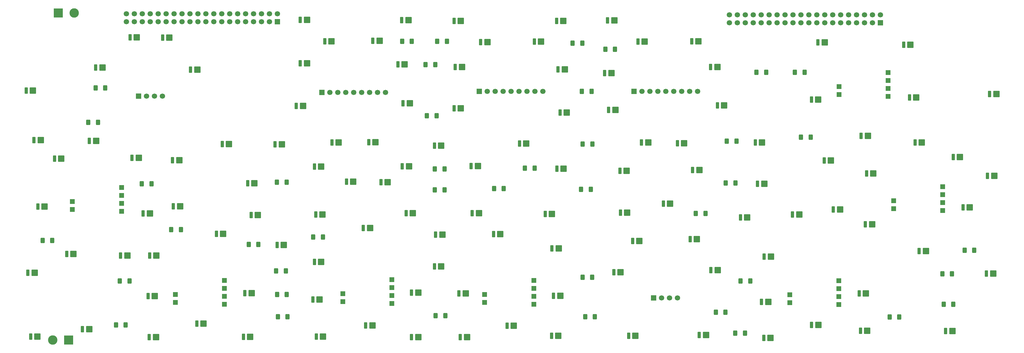
<source format=gbr>
%TF.GenerationSoftware,KiCad,Pcbnew,9.0.2*%
%TF.CreationDate,2025-07-08T20:46:09+02:00*%
%TF.ProjectId,aircond,61697263-6f6e-4642-9e6b-696361645f70,rev?*%
%TF.SameCoordinates,Original*%
%TF.FileFunction,Soldermask,Top*%
%TF.FilePolarity,Negative*%
%FSLAX46Y46*%
G04 Gerber Fmt 4.6, Leading zero omitted, Abs format (unit mm)*
G04 Created by KiCad (PCBNEW 9.0.2) date 2025-07-08 20:46:09*
%MOMM*%
%LPD*%
G01*
G04 APERTURE LIST*
G04 Aperture macros list*
%AMRoundRect*
0 Rectangle with rounded corners*
0 $1 Rounding radius*
0 $2 $3 $4 $5 $6 $7 $8 $9 X,Y pos of 4 corners*
0 Add a 4 corners polygon primitive as box body*
4,1,4,$2,$3,$4,$5,$6,$7,$8,$9,$2,$3,0*
0 Add four circle primitives for the rounded corners*
1,1,$1+$1,$2,$3*
1,1,$1+$1,$4,$5*
1,1,$1+$1,$6,$7*
1,1,$1+$1,$8,$9*
0 Add four rect primitives between the rounded corners*
20,1,$1+$1,$2,$3,$4,$5,0*
20,1,$1+$1,$4,$5,$6,$7,0*
20,1,$1+$1,$6,$7,$8,$9,0*
20,1,$1+$1,$8,$9,$2,$3,0*%
G04 Aperture macros list end*
%ADD10R,3.000000X3.000000*%
%ADD11C,3.000000*%
%ADD12RoundRect,0.165000X-0.385000X-0.885000X0.385000X-0.885000X0.385000X0.885000X-0.385000X0.885000X0*%
%ADD13RoundRect,0.315000X-0.735000X-0.735000X0.735000X-0.735000X0.735000X0.735000X-0.735000X0.735000X0*%
%ADD14RoundRect,0.250000X-0.400000X-0.625000X0.400000X-0.625000X0.400000X0.625000X-0.400000X0.625000X0*%
%ADD15R,1.500000X1.500000*%
%ADD16R,1.700000X1.700000*%
%ADD17C,1.700000*%
G04 APERTURE END LIST*
D10*
%TO.C,J9*%
X71830000Y-191500000D03*
D11*
X66750000Y-191500000D03*
%TD*%
%TO.C,J8*%
X73590000Y-87000000D03*
D10*
X68510000Y-87000000D03*
%TD*%
D12*
%TO.C,D2*%
X80510000Y-104450000D03*
D13*
X82660000Y-104450000D03*
%TD*%
D12*
%TO.C,D53*%
X150960000Y-190400000D03*
D13*
X153110000Y-190400000D03*
%TD*%
D12*
%TO.C,D48*%
X200460000Y-135900000D03*
D13*
X202610000Y-135900000D03*
%TD*%
D14*
%TO.C,R4*%
X63500000Y-159700000D03*
X66600000Y-159700000D03*
%TD*%
%TO.C,R37*%
X291650000Y-105950000D03*
X294750000Y-105950000D03*
%TD*%
D12*
%TO.C,D59*%
X196560000Y-176650000D03*
D13*
X198710000Y-176650000D03*
%TD*%
D12*
%TO.C,D84*%
X324450000Y-176650000D03*
D13*
X326600000Y-176650000D03*
%TD*%
D12*
%TO.C,D107*%
X277000000Y-104250000D03*
D13*
X279150000Y-104250000D03*
%TD*%
D14*
%TO.C,R9*%
X138150000Y-169450000D03*
X141250000Y-169450000D03*
%TD*%
D12*
%TO.C,D49*%
X200810000Y-150950000D03*
D13*
X202960000Y-150950000D03*
%TD*%
D12*
%TO.C,D103*%
X266360000Y-128650000D03*
D13*
X268510000Y-128650000D03*
%TD*%
D12*
%TO.C,D106*%
X366160000Y-112900000D03*
D13*
X368310000Y-112900000D03*
%TD*%
D14*
%TO.C,R19*%
X189100000Y-183750000D03*
X192200000Y-183750000D03*
%TD*%
%TO.C,R15*%
X186300000Y-119850000D03*
X189400000Y-119850000D03*
%TD*%
D12*
%TO.C,D11*%
X92110000Y-133250000D03*
D13*
X94260000Y-133250000D03*
%TD*%
D14*
%TO.C,R28*%
X284900000Y-189350000D03*
X288000000Y-189350000D03*
%TD*%
D15*
%TO.C,KR3*%
X351150000Y-142500000D03*
X351150000Y-145040000D03*
X351150000Y-147580000D03*
X351150000Y-150120000D03*
X335450000Y-147000000D03*
X335450000Y-149540000D03*
%TD*%
D12*
%TO.C,D37*%
X169060000Y-95900000D03*
D13*
X171210000Y-95900000D03*
%TD*%
D14*
%TO.C,R31*%
X351050000Y-170350000D03*
X354150000Y-170350000D03*
%TD*%
%TO.C,R25*%
X278650000Y-182650000D03*
X281750000Y-182650000D03*
%TD*%
%TO.C,R35*%
X303900000Y-105950000D03*
X307000000Y-105950000D03*
%TD*%
D12*
%TO.C,D78*%
X303160000Y-151400000D03*
D13*
X305310000Y-151400000D03*
%TD*%
D12*
%TO.C,D19*%
X97210000Y-177500000D03*
D13*
X99360000Y-177500000D03*
%TD*%
D12*
%TO.C,D95*%
X292000000Y-141600000D03*
D13*
X294150000Y-141600000D03*
%TD*%
D12*
%TO.C,D28*%
X129060000Y-141450000D03*
D13*
X131210000Y-141450000D03*
%TD*%
D12*
%TO.C,D14*%
X105050000Y-134050000D03*
D13*
X107200000Y-134050000D03*
%TD*%
D15*
%TO.C,KR5*%
X318000000Y-172550000D03*
X318000000Y-175090000D03*
X318000000Y-177630000D03*
X318000000Y-180170000D03*
X302300000Y-177050000D03*
X302300000Y-179590000D03*
%TD*%
D12*
%TO.C,D26*%
X130160000Y-151600000D03*
D13*
X132310000Y-151600000D03*
%TD*%
D14*
%TO.C,R3*%
X95200000Y-141600000D03*
X98300000Y-141600000D03*
%TD*%
D12*
%TO.C,D83*%
X324900000Y-188550000D03*
D13*
X327050000Y-188550000D03*
%TD*%
D12*
%TO.C,D112*%
X227850000Y-136800000D03*
D13*
X230000000Y-136800000D03*
%TD*%
D12*
%TO.C,D54*%
X166760000Y-186850000D03*
D13*
X168910000Y-186850000D03*
%TD*%
D12*
%TO.C,D50*%
X166010000Y-155750000D03*
D13*
X168160000Y-155750000D03*
%TD*%
D12*
%TO.C,D3*%
X91460000Y-94800000D03*
D13*
X93610000Y-94800000D03*
%TD*%
D12*
%TO.C,D25*%
X128160000Y-176550000D03*
D13*
X130310000Y-176550000D03*
%TD*%
D12*
%TO.C,D33*%
X155960000Y-128400000D03*
D13*
X158110000Y-128400000D03*
%TD*%
D12*
%TO.C,D119*%
X195000000Y-89500000D03*
D13*
X197150000Y-89500000D03*
%TD*%
D12*
%TO.C,D72*%
X250800000Y-190200000D03*
D13*
X252950000Y-190200000D03*
%TD*%
D14*
%TO.C,R36*%
X236100000Y-128900000D03*
X239200000Y-128900000D03*
%TD*%
D12*
%TO.C,D17*%
X95660000Y-151050000D03*
D13*
X97810000Y-151050000D03*
%TD*%
D12*
%TO.C,D47*%
X188760000Y-129400000D03*
D13*
X190910000Y-129400000D03*
%TD*%
D12*
%TO.C,D79*%
X294100000Y-164900000D03*
D13*
X296250000Y-164900000D03*
%TD*%
D16*
%TO.C,J5*%
X94150000Y-113550000D03*
D17*
X96690000Y-113550000D03*
X99230000Y-113550000D03*
X101770000Y-113550000D03*
%TD*%
D12*
%TO.C,D122*%
X215910000Y-128750000D03*
D13*
X218060000Y-128750000D03*
%TD*%
D12*
%TO.C,D117*%
X203510000Y-96300000D03*
D13*
X205660000Y-96300000D03*
%TD*%
D12*
%TO.C,D5*%
X101900000Y-94850000D03*
D13*
X104050000Y-94850000D03*
%TD*%
D14*
%TO.C,R32*%
X358150000Y-162850000D03*
X361250000Y-162850000D03*
%TD*%
D12*
%TO.C,D43*%
X178460000Y-136000000D03*
D13*
X180610000Y-136000000D03*
%TD*%
D12*
%TO.C,D80*%
X293260000Y-179350000D03*
D13*
X295410000Y-179350000D03*
%TD*%
D14*
%TO.C,R42*%
X217650000Y-136600000D03*
X220750000Y-136600000D03*
%TD*%
D12*
%TO.C,D36*%
X153700000Y-96000000D03*
D13*
X155850000Y-96000000D03*
%TD*%
D12*
%TO.C,D4*%
X110800000Y-105100000D03*
D13*
X112950000Y-105100000D03*
%TD*%
D14*
%TO.C,R14*%
X185900000Y-103450000D03*
X189000000Y-103450000D03*
%TD*%
D12*
%TO.C,D87*%
X365500000Y-139050000D03*
D13*
X367650000Y-139050000D03*
%TD*%
D12*
%TO.C,D74*%
X286560000Y-152350000D03*
D13*
X288710000Y-152350000D03*
%TD*%
D14*
%TO.C,R29*%
X334200000Y-184200000D03*
X337300000Y-184200000D03*
%TD*%
D12*
%TO.C,D22*%
X97610000Y-190600000D03*
D13*
X99760000Y-190600000D03*
%TD*%
D12*
%TO.C,D69*%
X246060000Y-169900000D03*
D13*
X248210000Y-169900000D03*
%TD*%
D14*
%TO.C,R40*%
X232900000Y-96600000D03*
X236000000Y-96600000D03*
%TD*%
D12*
%TO.C,D92*%
X326850000Y-138250000D03*
D13*
X329000000Y-138250000D03*
%TD*%
D14*
%TO.C,R1*%
X80450000Y-110900000D03*
X83550000Y-110900000D03*
%TD*%
D12*
%TO.C,D34*%
X144600000Y-116700000D03*
D13*
X146750000Y-116700000D03*
%TD*%
D12*
%TO.C,D8*%
X58810000Y-170050000D03*
D13*
X60960000Y-170050000D03*
%TD*%
D12*
%TO.C,D82*%
X309260000Y-186750000D03*
D13*
X311410000Y-186750000D03*
%TD*%
D14*
%TO.C,R24*%
X272250000Y-151050000D03*
X275350000Y-151050000D03*
%TD*%
D12*
%TO.C,D10*%
X78460000Y-127850000D03*
D13*
X80610000Y-127850000D03*
%TD*%
D12*
%TO.C,D13*%
X88450000Y-164500000D03*
D13*
X90600000Y-164500000D03*
%TD*%
D12*
%TO.C,D88*%
X354510000Y-133050000D03*
D13*
X356660000Y-133050000D03*
%TD*%
D12*
%TO.C,D29*%
X137810000Y-128950000D03*
D13*
X139960000Y-128950000D03*
%TD*%
D14*
%TO.C,R17*%
X207800000Y-143150000D03*
X210900000Y-143150000D03*
%TD*%
%TO.C,R27*%
X281850000Y-141300000D03*
X284950000Y-141300000D03*
%TD*%
D12*
%TO.C,D100*%
X338700000Y-97150000D03*
D13*
X340850000Y-97150000D03*
%TD*%
D12*
%TO.C,D71*%
X277110000Y-169200000D03*
D13*
X279260000Y-169200000D03*
%TD*%
D12*
%TO.C,D76*%
X248010000Y-137450000D03*
D13*
X250160000Y-137450000D03*
%TD*%
D12*
%TO.C,D23*%
X112810000Y-186300000D03*
D13*
X114960000Y-186300000D03*
%TD*%
D12*
%TO.C,D97*%
X291300000Y-128400000D03*
D13*
X293450000Y-128400000D03*
%TD*%
D12*
%TO.C,D12*%
X71210000Y-164050000D03*
D13*
X73360000Y-164050000D03*
%TD*%
D12*
%TO.C,D110*%
X243150000Y-106200000D03*
D13*
X245300000Y-106200000D03*
%TD*%
D12*
%TO.C,D99*%
X340560000Y-114000000D03*
D13*
X342710000Y-114000000D03*
%TD*%
D14*
%TO.C,R39*%
X235850000Y-112050000D03*
X238950000Y-112050000D03*
%TD*%
%TO.C,R22*%
X236050000Y-171500000D03*
X239150000Y-171500000D03*
%TD*%
D12*
%TO.C,D118*%
X227760000Y-89500000D03*
D13*
X229910000Y-89500000D03*
%TD*%
D12*
%TO.C,D101*%
X311310000Y-96350000D03*
D13*
X313460000Y-96350000D03*
%TD*%
D12*
%TO.C,D94*%
X316210000Y-149800000D03*
D13*
X318360000Y-149800000D03*
%TD*%
D12*
%TO.C,D39*%
X178300000Y-89300000D03*
D13*
X180450000Y-89300000D03*
%TD*%
D14*
%TO.C,R41*%
X189600000Y-96050000D03*
X192700000Y-96050000D03*
%TD*%
%TO.C,R26*%
X286550000Y-172650000D03*
X289650000Y-172650000D03*
%TD*%
D12*
%TO.C,D65*%
X207610000Y-157650000D03*
D13*
X209760000Y-157650000D03*
%TD*%
D12*
%TO.C,D45*%
X171660000Y-141100000D03*
D13*
X173810000Y-141100000D03*
%TD*%
D14*
%TO.C,R34*%
X305850000Y-126700000D03*
X308950000Y-126700000D03*
%TD*%
%TO.C,R18*%
X138450000Y-176950000D03*
X141550000Y-176950000D03*
%TD*%
D12*
%TO.C,D51*%
X150410000Y-166550000D03*
D13*
X152560000Y-166550000D03*
%TD*%
D12*
%TO.C,D96*%
X313300000Y-134100000D03*
D13*
X315450000Y-134100000D03*
%TD*%
D12*
%TO.C,D27*%
X120910000Y-128850000D03*
D13*
X123060000Y-128850000D03*
%TD*%
D12*
%TO.C,D67*%
X248160000Y-150800000D03*
D13*
X250310000Y-150800000D03*
%TD*%
D12*
%TO.C,D102*%
X309210000Y-114700000D03*
D13*
X311360000Y-114700000D03*
%TD*%
D12*
%TO.C,D86*%
X365160000Y-170250000D03*
D13*
X367310000Y-170250000D03*
%TD*%
D12*
%TO.C,D121*%
X195000000Y-117450000D03*
D13*
X197150000Y-117450000D03*
%TD*%
D12*
%TO.C,D120*%
X195400000Y-104250000D03*
D13*
X197550000Y-104250000D03*
%TD*%
D12*
%TO.C,D68*%
X252060000Y-159850000D03*
D13*
X254210000Y-159850000D03*
%TD*%
D12*
%TO.C,D38*%
X145860000Y-89200000D03*
D13*
X148010000Y-89200000D03*
%TD*%
D12*
%TO.C,D44*%
X160610000Y-140900000D03*
D13*
X162760000Y-140900000D03*
%TD*%
D12*
%TO.C,D116*%
X220660000Y-96150000D03*
D13*
X222810000Y-96150000D03*
%TD*%
D12*
%TO.C,D58*%
X189110000Y-157800000D03*
D13*
X191260000Y-157800000D03*
%TD*%
D12*
%TO.C,D60*%
X197010000Y-190600000D03*
D13*
X199160000Y-190600000D03*
%TD*%
D12*
%TO.C,D40*%
X177060000Y-103400000D03*
D13*
X179210000Y-103400000D03*
%TD*%
D14*
%TO.C,R23*%
X235600000Y-143400000D03*
X238700000Y-143400000D03*
%TD*%
D15*
%TO.C,KR6*%
X333750000Y-106050000D03*
X333750000Y-108590000D03*
X333750000Y-111130000D03*
X333750000Y-113670000D03*
X318050000Y-110550000D03*
X318050000Y-113090000D03*
%TD*%
D16*
%TO.C,J3*%
X203060000Y-112050000D03*
D17*
X205600000Y-112050000D03*
X208140000Y-112050000D03*
X210680000Y-112050000D03*
X213220000Y-112050000D03*
X215760000Y-112050000D03*
X218300000Y-112050000D03*
X220840000Y-112050000D03*
X223380000Y-112050000D03*
%TD*%
D12*
%TO.C,D109*%
X253750000Y-96150000D03*
D13*
X255900000Y-96150000D03*
%TD*%
D12*
%TO.C,D55*%
X181410000Y-190650000D03*
D13*
X183560000Y-190650000D03*
%TD*%
D12*
%TO.C,D35*%
X145860000Y-103050000D03*
D13*
X148010000Y-103050000D03*
%TD*%
D14*
%TO.C,R33*%
X282150000Y-127950000D03*
X285250000Y-127950000D03*
%TD*%
D15*
%TO.C,KR7*%
X220500000Y-172450000D03*
X220500000Y-174990000D03*
X220500000Y-177530000D03*
X220500000Y-180070000D03*
X204800000Y-176950000D03*
X204800000Y-179490000D03*
%TD*%
D12*
%TO.C,D91*%
X326460000Y-154550000D03*
D13*
X328610000Y-154550000D03*
%TD*%
D12*
%TO.C,D24*%
X127700000Y-190500000D03*
D13*
X129850000Y-190500000D03*
%TD*%
D12*
%TO.C,D93*%
X342310000Y-128400000D03*
D13*
X344460000Y-128400000D03*
%TD*%
D12*
%TO.C,D57*%
X188750000Y-168000000D03*
D13*
X190900000Y-168000000D03*
%TD*%
D16*
%TO.C,J6*%
X258790000Y-178050000D03*
D17*
X261330000Y-178050000D03*
X263870000Y-178050000D03*
X266410000Y-178050000D03*
%TD*%
D12*
%TO.C,D85*%
X352100000Y-188650000D03*
D13*
X354250000Y-188650000D03*
%TD*%
D14*
%TO.C,R7*%
X86950000Y-186700000D03*
X90050000Y-186700000D03*
%TD*%
D12*
%TO.C,D42*%
X167760000Y-128300000D03*
D13*
X169910000Y-128300000D03*
%TD*%
D15*
%TO.C,KR4*%
X175150000Y-172250000D03*
X175150000Y-174790000D03*
X175150000Y-177330000D03*
X175150000Y-179870000D03*
X159450000Y-176750000D03*
X159450000Y-179290000D03*
%TD*%
D12*
%TO.C,D89*%
X357660000Y-149100000D03*
D13*
X359810000Y-149100000D03*
%TD*%
D12*
%TO.C,D46*%
X179660000Y-150950000D03*
D13*
X181810000Y-150950000D03*
%TD*%
D14*
%TO.C,R10*%
X129400000Y-160950000D03*
X132500000Y-160950000D03*
%TD*%
%TO.C,R13*%
X178400000Y-96050000D03*
X181500000Y-96050000D03*
%TD*%
%TO.C,R30*%
X351450000Y-180150000D03*
X354550000Y-180150000D03*
%TD*%
D16*
%TO.C,J4*%
X252520000Y-112050000D03*
D17*
X255060000Y-112050000D03*
X257600000Y-112050000D03*
X260140000Y-112050000D03*
X262680000Y-112050000D03*
X265220000Y-112050000D03*
X267760000Y-112050000D03*
X270300000Y-112050000D03*
X272840000Y-112050000D03*
%TD*%
D12*
%TO.C,D32*%
X150810000Y-151400000D03*
D13*
X152960000Y-151400000D03*
%TD*%
D14*
%TO.C,R11*%
X150000000Y-158600000D03*
X153100000Y-158600000D03*
%TD*%
D12*
%TO.C,D56*%
X181410000Y-176350000D03*
D13*
X183560000Y-176350000D03*
%TD*%
D12*
%TO.C,D90*%
X343650000Y-163100000D03*
D13*
X345800000Y-163100000D03*
%TD*%
D12*
%TO.C,D75*%
X261910000Y-147900000D03*
D13*
X264060000Y-147900000D03*
%TD*%
D12*
%TO.C,D66*%
X224150000Y-151250000D03*
D13*
X226300000Y-151250000D03*
%TD*%
D12*
%TO.C,D61*%
X211960000Y-186950000D03*
D13*
X214110000Y-186950000D03*
%TD*%
D12*
%TO.C,D6*%
X60760000Y-127650000D03*
D13*
X62910000Y-127650000D03*
%TD*%
D12*
%TO.C,D18*%
X97710000Y-164500000D03*
D13*
X99860000Y-164500000D03*
%TD*%
D12*
%TO.C,D64*%
X226310000Y-162250000D03*
D13*
X228460000Y-162250000D03*
%TD*%
D12*
%TO.C,D30*%
X150410000Y-136100000D03*
D13*
X152560000Y-136100000D03*
%TD*%
D12*
%TO.C,D111*%
X244400000Y-118000000D03*
D13*
X246550000Y-118000000D03*
%TD*%
D12*
%TO.C,D52*%
X149860000Y-178600000D03*
D13*
X152010000Y-178600000D03*
%TD*%
D14*
%TO.C,R2*%
X78100000Y-121950000D03*
X81200000Y-121950000D03*
%TD*%
D12*
%TO.C,D15*%
X105310000Y-148800000D03*
D13*
X107460000Y-148800000D03*
%TD*%
D12*
%TO.C,D41*%
X178710000Y-115850000D03*
D13*
X180860000Y-115850000D03*
%TD*%
D12*
%TO.C,D16*%
X119060000Y-157550000D03*
D13*
X121210000Y-157550000D03*
%TD*%
D12*
%TO.C,D62*%
X226160000Y-190200000D03*
D13*
X228310000Y-190200000D03*
%TD*%
D12*
%TO.C,D81*%
X294000000Y-190900000D03*
D13*
X296150000Y-190900000D03*
%TD*%
D14*
%TO.C,R38*%
X243350000Y-98550000D03*
X246450000Y-98550000D03*
%TD*%
D12*
%TO.C,D9*%
X67350000Y-133550000D03*
D13*
X69500000Y-133550000D03*
%TD*%
D12*
%TO.C,D7*%
X62010000Y-148850000D03*
D13*
X64160000Y-148850000D03*
%TD*%
D14*
%TO.C,R5*%
X104600000Y-156200000D03*
X107700000Y-156200000D03*
%TD*%
D12*
%TO.C,D63*%
X226800000Y-177400000D03*
D13*
X228950000Y-177400000D03*
%TD*%
D12*
%TO.C,D31*%
X138460000Y-161150000D03*
D13*
X140610000Y-161150000D03*
%TD*%
D14*
%TO.C,R20*%
X188850000Y-136850000D03*
X191950000Y-136850000D03*
%TD*%
D15*
%TO.C,KR1*%
X88750000Y-142750000D03*
X88750000Y-145290000D03*
X88750000Y-147830000D03*
X88750000Y-150370000D03*
X73050000Y-147250000D03*
X73050000Y-149790000D03*
%TD*%
D12*
%TO.C,D105*%
X279160000Y-116500000D03*
D13*
X281310000Y-116500000D03*
%TD*%
D14*
%TO.C,R21*%
X236900000Y-184050000D03*
X240000000Y-184050000D03*
%TD*%
D12*
%TO.C,D98*%
X325110000Y-126250000D03*
D13*
X327260000Y-126250000D03*
%TD*%
D12*
%TO.C,D114*%
X228250000Y-105050000D03*
D13*
X230400000Y-105050000D03*
%TD*%
D12*
%TO.C,D21*%
X76260000Y-188050000D03*
D13*
X78410000Y-188050000D03*
%TD*%
D12*
%TO.C,D104*%
X254900000Y-128350000D03*
D13*
X257050000Y-128350000D03*
%TD*%
D12*
%TO.C,D113*%
X228860000Y-118850000D03*
D13*
X231010000Y-118850000D03*
%TD*%
D12*
%TO.C,D77*%
X271260000Y-137200000D03*
D13*
X273410000Y-137200000D03*
%TD*%
D14*
%TO.C,R12*%
X138400000Y-141050000D03*
X141500000Y-141050000D03*
%TD*%
D12*
%TO.C,D115*%
X244060000Y-89350000D03*
D13*
X246210000Y-89350000D03*
%TD*%
D14*
%TO.C,R16*%
X188850000Y-143550000D03*
X191950000Y-143550000D03*
%TD*%
D12*
%TO.C,D73*%
X273360000Y-189950000D03*
D13*
X275510000Y-189950000D03*
%TD*%
D12*
%TO.C,D108*%
X270950000Y-96000000D03*
D13*
X273100000Y-96000000D03*
%TD*%
D12*
%TO.C,D1*%
X58250000Y-111750000D03*
D13*
X60400000Y-111750000D03*
%TD*%
D12*
%TO.C,D70*%
X270450000Y-159300000D03*
D13*
X272600000Y-159300000D03*
%TD*%
D12*
%TO.C,D20*%
X59710000Y-190400000D03*
D13*
X61860000Y-190400000D03*
%TD*%
D15*
%TO.C,KR2*%
X121650000Y-172500000D03*
X121650000Y-175040000D03*
X121650000Y-177580000D03*
X121650000Y-180120000D03*
X105950000Y-177000000D03*
X105950000Y-179540000D03*
%TD*%
D14*
%TO.C,R6*%
X88200000Y-172650000D03*
X91300000Y-172650000D03*
%TD*%
%TO.C,R8*%
X138700000Y-184050000D03*
X141800000Y-184050000D03*
%TD*%
D16*
%TO.C,J2*%
X152750000Y-112350000D03*
D17*
X155290000Y-112350000D03*
X157830000Y-112350000D03*
X160370000Y-112350000D03*
X162910000Y-112350000D03*
X165450000Y-112350000D03*
X167990000Y-112350000D03*
X170530000Y-112350000D03*
X173070000Y-112350000D03*
%TD*%
D16*
%TO.C,J1*%
X138530000Y-89750000D03*
D17*
X138530000Y-87210000D03*
X135990000Y-89750000D03*
X135990000Y-87210000D03*
X133450000Y-89750000D03*
X133450000Y-87210000D03*
X130910000Y-89750000D03*
X130910000Y-87210000D03*
X128370000Y-89750000D03*
X128370000Y-87210000D03*
X125830000Y-89750000D03*
X125830000Y-87210000D03*
X123290000Y-89750000D03*
X123290000Y-87210000D03*
X120750000Y-89750000D03*
X120750000Y-87210000D03*
X118210000Y-89750000D03*
X118210000Y-87210000D03*
X115670000Y-89750000D03*
X115670000Y-87210000D03*
X113130000Y-89750000D03*
X113130000Y-87210000D03*
X110590000Y-89750000D03*
X110590000Y-87210000D03*
X108050000Y-89750000D03*
X108050000Y-87210000D03*
X105510000Y-89750000D03*
X105510000Y-87210000D03*
X102970000Y-89750000D03*
X102970000Y-87210000D03*
X100430000Y-89750000D03*
X100430000Y-87210000D03*
X97890000Y-89750000D03*
X97890000Y-87210000D03*
X95350000Y-89750000D03*
X95350000Y-87210000D03*
X92810000Y-89750000D03*
X92810000Y-87210000D03*
X90270000Y-89750000D03*
X90270000Y-87210000D03*
%TD*%
D16*
%TO.C,J7*%
X331240000Y-90090000D03*
D17*
X331240000Y-87550000D03*
X328700000Y-90090000D03*
X328700000Y-87550000D03*
X326160000Y-90090000D03*
X326160000Y-87550000D03*
X323620000Y-90090000D03*
X323620000Y-87550000D03*
X321080000Y-90090000D03*
X321080000Y-87550000D03*
X318540000Y-90090000D03*
X318540000Y-87550000D03*
X316000000Y-90090000D03*
X316000000Y-87550000D03*
X313460000Y-90090000D03*
X313460000Y-87550000D03*
X310920000Y-90090000D03*
X310920000Y-87550000D03*
X308380000Y-90090000D03*
X308380000Y-87550000D03*
X305840000Y-90090000D03*
X305840000Y-87550000D03*
X303300000Y-90090000D03*
X303300000Y-87550000D03*
X300760000Y-90090000D03*
X300760000Y-87550000D03*
X298220000Y-90090000D03*
X298220000Y-87550000D03*
X295680000Y-90090000D03*
X295680000Y-87550000D03*
X293140000Y-90090000D03*
X293140000Y-87550000D03*
X290600000Y-90090000D03*
X290600000Y-87550000D03*
X288060000Y-90090000D03*
X288060000Y-87550000D03*
X285520000Y-90090000D03*
X285520000Y-87550000D03*
X282980000Y-90090000D03*
X282980000Y-87550000D03*
%TD*%
M02*

</source>
